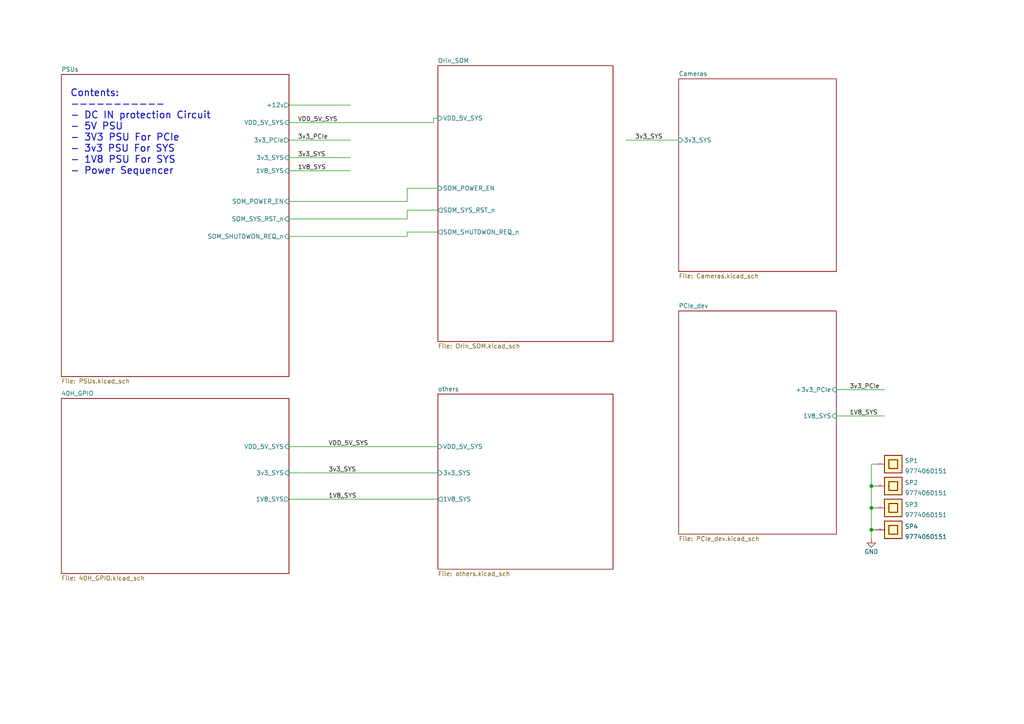
<source format=kicad_sch>
(kicad_sch (version 20211123) (generator eeschema)
  (paper "A4")
  (title_block (date "2023-05-28") (company "www.infinitytech.ltd") (comment 1 "(+20) 010 60 44 9214") (comment 2 "Design By: Mohamed Maher") (comment 4 "Jetson Orin SOM Custom Carrier Boards V1.0"))
  (lib_symbols
    (symbol "jetson-orin-baseboard:9774060151" (pin_names (offset 1.016))
      (property "Reference" "SP" (at -1.27 3.81 0))
      (property "Value" "9774060151" (at -6.35 -5.08 0))
      (symbol "9774060151_0_1"
        (rectangle (start -2.54 -2.54) (end 2.54 2.54) (stroke (width 0.254)) (fill (type background)))
        (rectangle (start -1.27 -1.27) (end 1.27 1.27) (stroke (width 0.254)) (fill (type background)))
        (pin passive line (at -5.08 0 0) (length 2.54) (name "1") (number "1"))
      )
    )
    (symbol "jetson-orin-baseboard:GND" (power) (pin_names (offset 0))
      (property "Value" "GND" (at 0 -3.81 0))
      (symbol "GND_0_1"
        (polyline (pts (xy 0 0) (xy 0 -1.27) (xy 1.27 -1.27) (xy 0 -2.54) (xy -1.27 -1.27) (xy 0 -1.27)))
      )
      (symbol "GND_1_1"
        (pin power_in line (at 0 0 270) (length 0) hide (name "GND") (number "1"))
      )
    )
  )
  (junction (at 252.73 147.32))
  (junction (at 252.73 153.67))
  (junction (at 252.73 140.97))
  (wire (pts (xy 125.73 35.56) (xy 125.73 34.29)))
  (wire (pts (xy 252.73 140.97) (xy 254 140.97)))
  (wire (pts (xy 242.57 113.03) (xy 256.54 113.03)))
  (wire (pts (xy 83.82 137.16) (xy 127 137.16)))
  (wire (pts (xy 83.82 129.54) (xy 127 129.54)))
  (wire (pts (xy 252.73 153.67) (xy 254 153.67)))
  (wire (pts (xy 118.11 67.31) (xy 127 67.31)))
  (wire (pts (xy 83.82 68.58) (xy 118.11 68.58)))
  (wire (pts (xy 118.11 58.42) (xy 118.11 54.61)))
  (wire (pts (xy 83.82 35.56) (xy 125.73 35.56)))
  (wire (pts (xy 252.73 140.97) (xy 252.73 147.32)))
  (wire (pts (xy 83.82 49.53) (xy 101.6 49.53)))
  (wire (pts (xy 252.73 153.67) (xy 252.73 156.21)))
  (wire (pts (xy 242.57 120.65) (xy 256.54 120.65)))
  (wire (pts (xy 252.73 147.32) (xy 252.73 153.67)))
  (wire (pts (xy 181.61 40.64) (xy 196.85 40.64)))
  (wire (pts (xy 252.73 134.62) (xy 252.73 140.97)))
  (wire (pts (xy 83.82 63.5) (xy 118.11 63.5)))
  (wire (pts (xy 254 134.62) (xy 252.73 134.62)))
  (wire (pts (xy 83.82 30.48) (xy 101.6 30.48)))
  (wire (pts (xy 118.11 68.58) (xy 118.11 67.31)))
  (wire (pts (xy 125.73 34.29) (xy 127 34.29)))
  (wire (pts (xy 118.11 54.61) (xy 127 54.61)))
  (wire (pts (xy 118.11 60.96) (xy 127 60.96)))
  (wire (pts (xy 118.11 63.5) (xy 118.11 60.96)))
  (wire (pts (xy 83.82 45.72) (xy 101.6 45.72)))
  (wire (pts (xy 83.82 58.42) (xy 118.11 58.42)))
  (wire (pts (xy 83.82 144.78) (xy 127 144.78)))
  (wire (pts (xy 252.73 147.32) (xy 254 147.32)))
  (wire (pts (xy 83.82 40.64) (xy 101.6 40.64)))
  (text "Contents:\n-----------\n- DC IN protection Circuit\n- 5V PSU\n- 3V3 PSU For PCIe\n- 3v3 PSU For SYS\n- 1V8 PSU For SYS\n- Power Sequencer" (at 20.32 50.8 0) (effects (font (size 2 2) (thickness 0.254) bold) (justify left bottom)))
  (label "1V8_SYS" (at 86.36 49.53 0))
  (label "3v3_PCIe" (at 86.36 40.64 0))
  (label "VDD_5V_SYS" (at 86.36 35.56 0))
  (label "VDD_5V_SYS" (at 95.25 129.54 0))
  (label "3v3_PCIe" (at 246.38 113.03 0))
  (label "3v3_SYS" (at 86.36 45.72 0))
  (label "3v3_SYS" (at 95.25 137.16 0))
  (label "3v3_SYS" (at 184.15 40.64 0))
  (label "1V8_SYS" (at 246.38 120.65 0))
  (label "1V8_SYS" (at 95.25 144.78 0))
  (symbol (lib_id "jetson-orin-baseboard:9774060151") (at 259.08 153.67 0) (unit 1)
    (property "Reference" "SP4" (at 262.382 152.6938 0) (effects (justify left)))
    (property "Value" "9774060151" (at 262.382 155.6872 0) (effects (justify left)))
    (property "Footprint" "EXT-LIB:9774060151" (effects hide))
    (property "Datasheet" "https://www.we-online.com/catalog/datasheet/9774060151.pdf" (effects hide))
    (property "Manufacturer" "Wurth Elektronik" (effects hide))
    (property "MPN" "9774060151" (effects hide))
  )
  (symbol (lib_id "jetson-orin-baseboard:9774060151") (at 259.08 147.32 0) (unit 1)
    (property "Reference" "SP3" (at 262.382 146.3438 0) (effects (justify left)))
    (property "Value" "9774060151" (at 262.382 149.3372 0) (effects (justify left)))
    (property "Footprint" "EXT-LIB:9774060151" (effects hide))
    (property "Datasheet" "https://www.we-online.com/catalog/datasheet/9774060151.pdf" (effects hide))
    (property "Manufacturer" "Wurth Elektronik" (effects hide))
    (property "MPN" "9774060151" (effects hide))
  )
  (symbol (lib_id "jetson-orin-baseboard:GND") (at 252.73 156.21 0) (unit 1)
    (property "Reference" "#PWR0189" (effects hide))
    (property "Value" "GND" (at 252.73 160.02 0))
  )
  (symbol (lib_id "jetson-orin-baseboard:9774060151") (at 259.08 134.62 0) (unit 1)
    (property "Reference" "SP1" (at 262.382 133.6438 0) (effects (justify left)))
    (property "Value" "9774060151" (at 262.382 136.6372 0) (effects (justify left)))
    (property "Footprint" "EXT-LIB:9774060151" (effects hide))
    (property "Datasheet" "https://www.we-online.com/catalog/datasheet/9774060151.pdf" (effects hide))
    (property "Manufacturer" "Wurth Elektronik" (effects hide))
    (property "MPN" "9774060151" (effects hide))
  )
  (symbol (lib_id "jetson-orin-baseboard:9774060151") (at 259.08 140.97 0) (unit 1)
    (property "Reference" "SP2" (at 262.382 139.9938 0) (effects (justify left)))
    (property "Value" "9774060151" (at 262.382 142.9872 0) (effects (justify left)))
    (property "Footprint" "EXT-LIB:9774060151" (effects hide))
    (property "Datasheet" "https://www.we-online.com/catalog/datasheet/9774060151.pdf" (effects hide))
    (property "Manufacturer" "Wurth Elektronik" (effects hide))
    (property "MPN" "9774060151" (effects hide))
  )
  (sheet (at 127 114.3) (size 50.8 50.8) (stroke (width 0.1524))
    (property "Sheet name" "others" (at 127 113.5884 0) (effects (justify left bottom)))
    (property "Sheet file" "others.kicad_sch" (at 127 165.6846 0) (effects (justify left top)))
    (pin "3v3_SYS" input (at 127 137.16 180))
    (pin "1V8_SYS" output (at 127 144.78 180))
    (pin "VDD_5V_SYS" input (at 127 129.54 180))
  )
  (sheet (at 196.85 22.86) (size 45.72 55.88) (stroke (width 0.1524))
    (property "Sheet name" "Cameras" (at 196.85 22.1484 0) (effects (justify left bottom)))
    (property "Sheet file" "Cameras.kicad_sch" (at 196.85 79.3246 0) (effects (justify left top)))
    (pin "3v3_SYS" input (at 196.85 40.64 180))
  )
  (sheet (at 196.85 90.17) (size 45.72 64.77) (stroke (width 0.1524))
    (property "Sheet name" "PCIe_dev" (at 196.85 89.4584 0) (effects (justify left bottom)))
    (property "Sheet file" "PCIe_dev.kicad_sch" (at 196.85 155.5246 0) (effects (justify left top)))
    (pin "+3v3_PCIe" input (at 242.57 113.03 0))
    (pin "1V8_SYS" input (at 242.57 120.65 0))
  )
  (sheet (at 17.78 21.59) (size 66.04 87.63) (stroke (width 0.1524))
    (property "Sheet name" "PSUs" (at 17.78 20.8784 0) (effects (justify left bottom)))
    (property "Sheet file" "PSUs.kicad_sch" (at 17.78 109.8046 0) (effects (justify left top)))
    (pin "+12v" output (at 83.82 30.48 0))
    (pin "VDD_5V_SYS" input (at 83.82 35.56 0))
    (pin "3v3_PCIe" output (at 83.82 40.64 0))
    (pin "3v3_SYS" input (at 83.82 45.72 0))
    (pin "SOM_POWER_EN" input (at 83.82 58.42 0))
    (pin "SOM_SYS_RST_n" input (at 83.82 63.5 0))
    (pin "SOM_SHUTDWON_REQ_n" input (at 83.82 68.58 0))
    (pin "1V8_SYS" input (at 83.82 49.53 0))
  )
  (sheet (at 17.78 115.57) (size 66.04 50.8) (stroke (width 0.1524))
    (property "Sheet name" "40H_GPIO" (at 17.78 114.8584 0) (effects (justify left bottom)))
    (property "Sheet file" "40H_GPIO.kicad_sch" (at 17.78 166.9546 0) (effects (justify left top)))
    (pin "VDD_5V_SYS" input (at 83.82 129.54 0))
    (pin "1V8_SYS" output (at 83.82 144.78 0))
    (pin "3v3_SYS" input (at 83.82 137.16 0))
  )
  (sheet (at 127 19.05) (size 50.8 80.01) (stroke (width 0.1524))
    (property "Sheet name" "Orin_SOM" (at 127 18.3384 0) (effects (justify left bottom)))
    (property "Sheet file" "Orin_SOM.kicad_sch" (at 127 99.6446 0) (effects (justify left top)))
    (pin "VDD_5V_SYS" input (at 127 34.29 180))
    (pin "SOM_SHUTDWON_REQ_n" output (at 127 67.31 180))
    (pin "SOM_POWER_EN" input (at 127 54.61 180))
    (pin "SOM_SYS_RST_n" output (at 127 60.96 180))
  )
)
</source>
